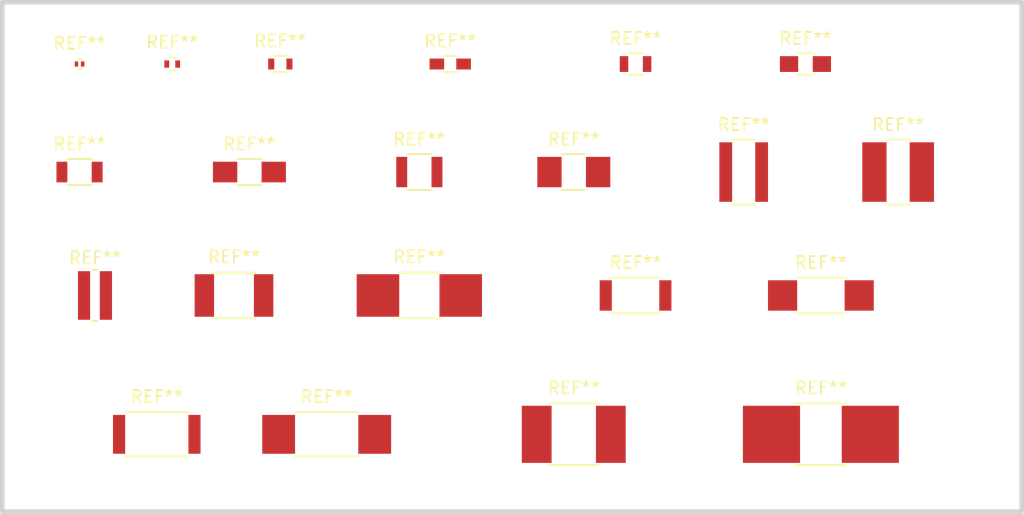
<source format=kicad_pcb>
(kicad_pcb (version 4) (host pcbnew 4.0.5)

  (general
    (links 0)
    (no_connects 0)
    (area 110.432857 50.185 190.46143 88.785)
    (thickness 1.6)
    (drawings 4)
    (tracks 0)
    (zones 0)
    (modules 21)
    (nets 1)
  )

  (page A4)
  (title_block
    (title Resistor_SMD)
  )

  (layers
    (0 Composant signal)
    (31 Cuivre signal)
    (32 B.Adhes user)
    (33 F.Adhes user)
    (34 B.Paste user)
    (35 F.Paste user)
    (36 B.SilkS user)
    (37 F.SilkS user)
    (38 B.Mask user)
    (39 F.Mask user)
    (40 Dwgs.User user)
    (41 Cmts.User user)
    (42 Eco1.User user)
    (43 Eco2.User user)
    (44 Edge.Cuts user)
    (45 Margin user)
    (46 B.CrtYd user)
    (47 F.CrtYd user)
    (48 B.Fab user)
    (49 F.Fab user)
  )

  (setup
    (last_trace_width 0.5)
    (user_trace_width 0.4)
    (user_trace_width 0.5)
    (trace_clearance 0.25)
    (zone_clearance 0.508)
    (zone_45_only no)
    (trace_min 0.254)
    (segment_width 0.381)
    (edge_width 0.381)
    (via_size 1.6)
    (via_drill 0.6)
    (via_min_size 0.889)
    (via_min_drill 0.508)
    (uvia_size 0.508)
    (uvia_drill 0.127)
    (uvias_allowed no)
    (uvia_min_size 0.508)
    (uvia_min_drill 0.127)
    (pcb_text_width 0.3048)
    (pcb_text_size 1.524 2.032)
    (mod_edge_width 0.381)
    (mod_text_size 1.524 1.524)
    (mod_text_width 0.3048)
    (pad_size 1.5748 2.794)
    (pad_drill 0.8128)
    (pad_to_mask_clearance 0.1)
    (aux_axis_origin 62.23 153.67)
    (visible_elements 7FFFFFFF)
    (pcbplotparams
      (layerselection 0x00030_80000001)
      (usegerberextensions true)
      (excludeedgelayer true)
      (linewidth 0.150000)
      (plotframeref false)
      (viasonmask false)
      (mode 1)
      (useauxorigin false)
      (hpglpennumber 1)
      (hpglpenspeed 20)
      (hpglpendiameter 15)
      (hpglpenoverlay 2)
      (psnegative false)
      (psa4output false)
      (plotreference true)
      (plotvalue true)
      (plotinvisibletext false)
      (padsonsilk false)
      (subtractmaskfromsilk false)
      (outputformat 1)
      (mirror false)
      (drillshape 1)
      (scaleselection 1)
      (outputdirectory ""))
  )

  (net 0 "")

  (net_class Default "Ceci est la Netclass par défaut"
    (clearance 0.25)
    (trace_width 0.5)
    (via_dia 1.6)
    (via_drill 0.6)
    (uvia_dia 0.508)
    (uvia_drill 0.127)
  )

  (net_class POWER ""
    (clearance 0.28)
    (trace_width 0.8)
    (via_dia 1.6)
    (via_drill 0.6)
    (uvia_dia 0.508)
    (uvia_drill 0.127)
  )

  (module R_2816_HandSoldering (layer Composant) (tedit 583081A0) (tstamp 58A5BC80)
    (at 175.26 83.82)
    (descr "Resistor SMD 2816, hand soldering, Vishay (see WSL-VISHAY.PDF)")
    (tags "resistor 2816")
    (attr smd)
    (fp_text reference REF** (at 0 -3.81) (layer F.SilkS)
      (effects (font (size 1 1) (thickness 0.15)))
    )
    (fp_text value R_2816_HandSoldering (at 0 3.81) (layer F.Fab)
      (effects (font (size 1 1) (thickness 0.15)))
    )
    (fp_line (start -3.55 2.1) (end -3.55 -2.1) (layer F.Fab) (width 0.1))
    (fp_line (start 3.55 2.1) (end -3.55 2.1) (layer F.Fab) (width 0.1))
    (fp_line (start 3.55 -2.1) (end 3.55 2.1) (layer F.Fab) (width 0.1))
    (fp_line (start -3.55 -2.1) (end 3.55 -2.1) (layer F.Fab) (width 0.1))
    (fp_line (start -6.604 -2.794) (end 6.604 -2.794) (layer F.CrtYd) (width 0.05))
    (fp_line (start 6.604 -2.794) (end 6.604 2.794) (layer F.CrtYd) (width 0.05))
    (fp_line (start 6.604 2.794) (end -6.604 2.794) (layer F.CrtYd) (width 0.05))
    (fp_line (start -6.604 2.794) (end -6.604 -2.794) (layer F.CrtYd) (width 0.05))
    (fp_line (start -2.032 2.54) (end 2.032 2.54) (layer F.SilkS) (width 0.15))
    (fp_line (start -2.032 -2.54) (end 2.032 -2.54) (layer F.SilkS) (width 0.15))
    (pad 1 smd rect (at -4.064 0) (size 4.7 4.7) (layers Composant F.Paste F.Mask))
    (pad 2 smd rect (at 4.064 0) (size 4.7 4.7) (layers Composant F.Paste F.Mask))
    (model Resistors_SMD.3dshapes/R_2816_HandSoldering.wrl
      (at (xyz 0 0 0))
      (scale (xyz 1 1 1))
      (rotate (xyz 0 0 0))
    )
  )

  (module R_2816 (layer Composant) (tedit 58308160) (tstamp 58A5BC6F)
    (at 154.94 83.82)
    (descr "Resistor SMD 2816, reflow soldering, Vishay (see WSL-VISHAY.PDF)")
    (tags "resistor 2816")
    (attr smd)
    (fp_text reference REF** (at 0 -3.81) (layer F.SilkS)
      (effects (font (size 1 1) (thickness 0.15)))
    )
    (fp_text value R_2816 (at 0 3.81) (layer F.Fab)
      (effects (font (size 1 1) (thickness 0.15)))
    )
    (fp_line (start -3.55 -2.1) (end -3.55 2.1) (layer F.Fab) (width 0.1))
    (fp_line (start 3.55 -2.1) (end -3.55 -2.1) (layer F.Fab) (width 0.1))
    (fp_line (start 3.55 2.1) (end 3.55 -2.1) (layer F.Fab) (width 0.1))
    (fp_line (start -3.55 2.1) (end 3.55 2.1) (layer F.Fab) (width 0.1))
    (fp_line (start -4.572 -2.794) (end 4.572 -2.794) (layer F.CrtYd) (width 0.05))
    (fp_line (start 4.572 -2.794) (end 4.572 2.794) (layer F.CrtYd) (width 0.05))
    (fp_line (start 4.572 2.794) (end -4.572 2.794) (layer F.CrtYd) (width 0.05))
    (fp_line (start -4.572 2.794) (end -4.572 -2.794) (layer F.CrtYd) (width 0.05))
    (fp_line (start -2.032 2.54) (end 2.032 2.54) (layer F.SilkS) (width 0.15))
    (fp_line (start -2.032 -2.54) (end 2.032 -2.54) (layer F.SilkS) (width 0.15))
    (pad 1 smd rect (at -3.048 0) (size 2.45 4.7) (layers Composant F.Paste F.Mask))
    (pad 2 smd rect (at 3.048 0) (size 2.45 4.7) (layers Composant F.Paste F.Mask))
    (model Resistors_SMD.3dshapes/R_2816_HandSoldering.wrl
      (at (xyz 0 0 0))
      (scale (xyz 1 1 1))
      (rotate (xyz 0 0 0))
    )
  )

  (module R_2512_HandSoldering (layer Composant) (tedit 58307F47) (tstamp 58A5BC5E)
    (at 134.62 83.82)
    (descr "Resistor SMD 2512, hand soldering")
    (tags "resistor 2512")
    (attr smd)
    (fp_text reference REF** (at 0 -3.1) (layer F.SilkS)
      (effects (font (size 1 1) (thickness 0.15)))
    )
    (fp_text value R_2512_HandSoldering (at 0 3.1) (layer F.Fab)
      (effects (font (size 1 1) (thickness 0.15)))
    )
    (fp_line (start -3.15 1.6) (end -3.15 -1.6) (layer F.Fab) (width 0.1))
    (fp_line (start 3.15 1.6) (end -3.15 1.6) (layer F.Fab) (width 0.1))
    (fp_line (start 3.15 -1.6) (end 3.15 1.6) (layer F.Fab) (width 0.1))
    (fp_line (start -3.15 -1.6) (end 3.15 -1.6) (layer F.Fab) (width 0.1))
    (fp_line (start -5.6 -1.95) (end 5.6 -1.95) (layer F.CrtYd) (width 0.05))
    (fp_line (start -5.6 1.95) (end 5.6 1.95) (layer F.CrtYd) (width 0.05))
    (fp_line (start -5.6 -1.95) (end -5.6 1.95) (layer F.CrtYd) (width 0.05))
    (fp_line (start 5.6 -1.95) (end 5.6 1.95) (layer F.CrtYd) (width 0.05))
    (fp_line (start 2.6 1.825) (end -2.6 1.825) (layer F.SilkS) (width 0.15))
    (fp_line (start -2.6 -1.825) (end 2.6 -1.825) (layer F.SilkS) (width 0.15))
    (pad 1 smd rect (at -3.95 0) (size 2.7 3.2) (layers Composant F.Paste F.Mask))
    (pad 2 smd rect (at 3.95 0) (size 2.7 3.2) (layers Composant F.Paste F.Mask))
    (model Resistors_SMD.3dshapes/R_2512_HandSoldering.wrl
      (at (xyz 0 0 0))
      (scale (xyz 1 1 1))
      (rotate (xyz 0 0 0))
    )
  )

  (module R_2512 (layer Composant) (tedit 58307F1B) (tstamp 58A5BC4D)
    (at 120.65 83.82)
    (descr "Resistor SMD 2512, reflow soldering, Vishay (see dcrcw.pdf)")
    (tags "resistor 2512")
    (attr smd)
    (fp_text reference REF** (at 0 -3.1) (layer F.SilkS)
      (effects (font (size 1 1) (thickness 0.15)))
    )
    (fp_text value R_2512 (at 0 3.1) (layer F.Fab)
      (effects (font (size 1 1) (thickness 0.15)))
    )
    (fp_line (start -3.15 1.6) (end -3.15 -1.6) (layer F.Fab) (width 0.1))
    (fp_line (start 3.15 1.6) (end -3.15 1.6) (layer F.Fab) (width 0.1))
    (fp_line (start 3.15 -1.6) (end 3.15 1.6) (layer F.Fab) (width 0.1))
    (fp_line (start -3.15 -1.6) (end 3.15 -1.6) (layer F.Fab) (width 0.1))
    (fp_line (start -3.9 -1.95) (end 3.9 -1.95) (layer F.CrtYd) (width 0.05))
    (fp_line (start -3.9 1.95) (end 3.9 1.95) (layer F.CrtYd) (width 0.05))
    (fp_line (start -3.9 -1.95) (end -3.9 1.95) (layer F.CrtYd) (width 0.05))
    (fp_line (start 3.9 -1.95) (end 3.9 1.95) (layer F.CrtYd) (width 0.05))
    (fp_line (start 2.6 1.825) (end -2.6 1.825) (layer F.SilkS) (width 0.15))
    (fp_line (start -2.6 -1.825) (end 2.6 -1.825) (layer F.SilkS) (width 0.15))
    (pad 1 smd rect (at -3.1 0) (size 1 3.2) (layers Composant F.Paste F.Mask))
    (pad 2 smd rect (at 3.1 0) (size 1 3.2) (layers Composant F.Paste F.Mask))
    (model Resistors_SMD.3dshapes/R_2512.wrl
      (at (xyz 0 0 0))
      (scale (xyz 1 1 1))
      (rotate (xyz 0 0 0))
    )
  )

  (module R_2010_HandSoldering (layer Composant) (tedit 58307DE3) (tstamp 58A5BC3C)
    (at 175.26 72.39)
    (descr "Resistor SMD 2010, hand soldering")
    (tags "resistor 2010")
    (attr smd)
    (fp_text reference REF** (at 0 -2.7) (layer F.SilkS)
      (effects (font (size 1 1) (thickness 0.15)))
    )
    (fp_text value R_2010_HandSoldering (at 0 2.7) (layer F.Fab)
      (effects (font (size 1 1) (thickness 0.15)))
    )
    (fp_line (start -2.5 1.25) (end -2.5 -1.25) (layer F.Fab) (width 0.1))
    (fp_line (start 2.5 1.25) (end -2.5 1.25) (layer F.Fab) (width 0.1))
    (fp_line (start 2.5 -1.25) (end 2.5 1.25) (layer F.Fab) (width 0.1))
    (fp_line (start -2.5 -1.25) (end 2.5 -1.25) (layer F.Fab) (width 0.1))
    (fp_line (start -4.65 -1.6) (end 4.65 -1.6) (layer F.CrtYd) (width 0.05))
    (fp_line (start -4.65 1.6) (end 4.65 1.6) (layer F.CrtYd) (width 0.05))
    (fp_line (start -4.65 -1.6) (end -4.65 1.6) (layer F.CrtYd) (width 0.05))
    (fp_line (start 4.65 -1.6) (end 4.65 1.6) (layer F.CrtYd) (width 0.05))
    (fp_line (start 1.95 1.475) (end -1.95 1.475) (layer F.SilkS) (width 0.15))
    (fp_line (start -1.95 -1.475) (end 1.95 -1.475) (layer F.SilkS) (width 0.15))
    (pad 1 smd rect (at -3.15 0) (size 2.4 2.5) (layers Composant F.Paste F.Mask))
    (pad 2 smd rect (at 3.15 0) (size 2.4 2.5) (layers Composant F.Paste F.Mask))
    (model Resistors_SMD.3dshapes/R_2010_HandSoldering.wrl
      (at (xyz 0 0 0))
      (scale (xyz 1 1 1))
      (rotate (xyz 0 0 0))
    )
  )

  (module R_2010 (layer Composant) (tedit 58307DA9) (tstamp 58A5BC2B)
    (at 160.02 72.39)
    (descr "Resistor SMD 2010, reflow soldering, Vishay (see dcrcw.pdf)")
    (tags "resistor 2010")
    (attr smd)
    (fp_text reference REF** (at 0 -2.7) (layer F.SilkS)
      (effects (font (size 1 1) (thickness 0.15)))
    )
    (fp_text value R_2010 (at 0 2.7) (layer F.Fab)
      (effects (font (size 1 1) (thickness 0.15)))
    )
    (fp_line (start -2.5 1.25) (end -2.5 -1.25) (layer F.Fab) (width 0.1))
    (fp_line (start 2.5 1.25) (end -2.5 1.25) (layer F.Fab) (width 0.1))
    (fp_line (start 2.5 -1.25) (end 2.5 1.25) (layer F.Fab) (width 0.1))
    (fp_line (start -2.5 -1.25) (end 2.5 -1.25) (layer F.Fab) (width 0.1))
    (fp_line (start -3.25 -1.6) (end 3.25 -1.6) (layer F.CrtYd) (width 0.05))
    (fp_line (start -3.25 1.6) (end 3.25 1.6) (layer F.CrtYd) (width 0.05))
    (fp_line (start -3.25 -1.6) (end -3.25 1.6) (layer F.CrtYd) (width 0.05))
    (fp_line (start 3.25 -1.6) (end 3.25 1.6) (layer F.CrtYd) (width 0.05))
    (fp_line (start 1.95 1.475) (end -1.95 1.475) (layer F.SilkS) (width 0.15))
    (fp_line (start -1.95 -1.475) (end 1.95 -1.475) (layer F.SilkS) (width 0.15))
    (pad 1 smd rect (at -2.45 0) (size 1 2.5) (layers Composant F.Paste F.Mask))
    (pad 2 smd rect (at 2.45 0) (size 1 2.5) (layers Composant F.Paste F.Mask))
    (model Resistors_SMD.3dshapes/R_2010.wrl
      (at (xyz 0 0 0))
      (scale (xyz 1 1 1))
      (rotate (xyz 0 0 0))
    )
  )

  (module R_1812_HandSoldering (layer Composant) (tedit 58307D36) (tstamp 58A5BBF8)
    (at 142.24 72.39)
    (descr "Resistor SMD 1812, hand soldering, Panasonic (see ERJ12)")
    (tags "resistor 1812")
    (attr smd)
    (fp_text reference REF** (at 0 -3.175) (layer F.SilkS)
      (effects (font (size 1 1) (thickness 0.15)))
    )
    (fp_text value R_1812_HandSoldering (at 0 3.175) (layer F.Fab)
      (effects (font (size 1 1) (thickness 0.15)))
    )
    (fp_line (start -2.25 1.6) (end -2.25 -1.6) (layer F.Fab) (width 0.1))
    (fp_line (start 2.25 1.6) (end -2.25 1.6) (layer F.Fab) (width 0.1))
    (fp_line (start 2.25 -1.6) (end 2.25 1.6) (layer F.Fab) (width 0.1))
    (fp_line (start -2.25 -1.6) (end 2.25 -1.6) (layer F.Fab) (width 0.1))
    (fp_line (start -5.4356 -2.2352) (end 5.4356 -2.2352) (layer F.CrtYd) (width 0.05))
    (fp_line (start 5.4356 -2.2352) (end 5.4356 2.2352) (layer F.CrtYd) (width 0.05))
    (fp_line (start 5.4356 2.2352) (end -5.4356 2.2352) (layer F.CrtYd) (width 0.05))
    (fp_line (start -5.4356 2.2352) (end -5.4356 -2.2352) (layer F.CrtYd) (width 0.05))
    (fp_line (start -1.7272 1.8796) (end 1.7272 1.8796) (layer F.SilkS) (width 0.15))
    (fp_line (start -1.7272 -1.8796) (end 1.7272 -1.8796) (layer F.SilkS) (width 0.15))
    (pad 1 smd rect (at -3.4036 0) (size 3.5 3.5) (layers Composant F.Paste F.Mask))
    (pad 2 smd rect (at 3.4036 0) (size 3.5 3.5) (layers Composant F.Paste F.Mask))
    (model Resistors_SMD.3dshapes/R_1812_HandSoldering.wrl
      (at (xyz 0 0 0))
      (scale (xyz 1 1 1))
      (rotate (xyz 0 0 0))
    )
  )

  (module R_1812 (layer Composant) (tedit 58307CF5) (tstamp 58A5BBE7)
    (at 127 72.39)
    (descr "Resistor SMD 1812, flow soldering, Panasonic (see ERJ12)")
    (tags "resistor 1812")
    (attr smd)
    (fp_text reference REF** (at 0 -3.175) (layer F.SilkS)
      (effects (font (size 1 1) (thickness 0.15)))
    )
    (fp_text value R_1812 (at 0 3.175) (layer F.Fab)
      (effects (font (size 1 1) (thickness 0.15)))
    )
    (fp_line (start -2.25 1.6) (end -2.25 -1.6) (layer F.Fab) (width 0.1))
    (fp_line (start 2.25 1.6) (end -2.25 1.6) (layer F.Fab) (width 0.1))
    (fp_line (start 2.25 -1.6) (end 2.25 1.6) (layer F.Fab) (width 0.1))
    (fp_line (start -2.25 -1.6) (end 2.25 -1.6) (layer F.Fab) (width 0.1))
    (fp_line (start -3.5052 -2.2352) (end 3.5052 -2.2352) (layer F.CrtYd) (width 0.05))
    (fp_line (start 3.5052 -2.2352) (end 3.5052 2.2352) (layer F.CrtYd) (width 0.05))
    (fp_line (start 3.5052 2.2352) (end -3.5052 2.2352) (layer F.CrtYd) (width 0.05))
    (fp_line (start -3.5052 2.2352) (end -3.5052 -2.2352) (layer F.CrtYd) (width 0.05))
    (fp_line (start -1.7272 1.8796) (end 1.7272 1.8796) (layer F.SilkS) (width 0.15))
    (fp_line (start -1.7272 -1.8796) (end 1.7272 -1.8796) (layer F.SilkS) (width 0.15))
    (pad 1 smd rect (at -2.4384 0) (size 1.6 3.5) (layers Composant F.Paste F.Mask))
    (pad 2 smd rect (at 2.4384 0) (size 1.6 3.5) (layers Composant F.Paste F.Mask))
    (model Resistors_SMD.3dshapes/R_1812_HandSoldering.wrl
      (at (xyz 0 0 0))
      (scale (xyz 1 1 1))
      (rotate (xyz 0 0 0))
    )
  )

  (module R_1508_Wide (layer Composant) (tedit 5834FCF5) (tstamp 58A5BBD6)
    (at 115.57 72.39)
    (descr "Resistor SMD 1508 wide package")
    (tags "resistor 1508")
    (attr smd)
    (fp_text reference REF** (at 0 -3.1) (layer F.SilkS)
      (effects (font (size 1 1) (thickness 0.15)))
    )
    (fp_text value R_1508_Wide (at 0 3.1) (layer F.Fab)
      (effects (font (size 1 1) (thickness 0.15)))
    )
    (fp_line (start -1 1.9) (end -1 -1.9) (layer F.Fab) (width 0.15))
    (fp_line (start 1 1.9) (end -1 1.9) (layer F.Fab) (width 0.15))
    (fp_line (start 1 -1.9) (end 1 1.9) (layer F.Fab) (width 0.15))
    (fp_line (start -1 -1.9) (end 1 -1.9) (layer F.Fab) (width 0.15))
    (fp_line (start -1.8 -2.3) (end 1.8 -2.3) (layer F.CrtYd) (width 0.05))
    (fp_line (start -1.8 2.3) (end 1.8 2.3) (layer F.CrtYd) (width 0.05))
    (fp_line (start -1.8 -2.3) (end -1.8 2.3) (layer F.CrtYd) (width 0.05))
    (fp_line (start 1.8 -2.3) (end 1.8 2.3) (layer F.CrtYd) (width 0.05))
    (fp_line (start 0.2 2.1) (end -0.2 2.1) (layer F.SilkS) (width 0.15))
    (fp_line (start -0.2 -2.1) (end 0.2 -2.1) (layer F.SilkS) (width 0.15))
    (pad 1 smd rect (at -0.9 0) (size 1 4) (layers Composant F.Paste F.Mask))
    (pad 2 smd rect (at 0.9 0) (size 1 4) (layers Composant F.Paste F.Mask))
    (model ${KISYS3DMOD}/Resistors_SMD.3dshapes/R_1508_Wide.wrl
      (at (xyz 0 0 0))
      (scale (xyz 1 1 1))
      (rotate (xyz 0 0 0))
    )
  )

  (module R_1218_HandSoldering (layer Composant) (tedit 583080B3) (tstamp 58A5BBC5)
    (at 181.61 62.23)
    (descr "Resistor SMD 1218, hand soldering")
    (tags "resistor 1218")
    (attr smd)
    (fp_text reference REF** (at 0 -3.9) (layer F.SilkS)
      (effects (font (size 1 1) (thickness 0.15)))
    )
    (fp_text value R_1218_HandSoldering (at 0 3.9) (layer F.Fab)
      (effects (font (size 1 1) (thickness 0.15)))
    )
    (fp_line (start -1.6 2.3) (end -1.6 -2.3) (layer F.Fab) (width 0.1))
    (fp_line (start 1.6 2.3) (end -1.6 2.3) (layer F.Fab) (width 0.1))
    (fp_line (start 1.6 -2.3) (end 1.6 2.3) (layer F.Fab) (width 0.1))
    (fp_line (start -1.6 -2.3) (end 1.6 -2.3) (layer F.Fab) (width 0.1))
    (fp_line (start -3.25 -2.8) (end 3.25 -2.8) (layer F.CrtYd) (width 0.05))
    (fp_line (start -3.25 2.8) (end 3.25 2.8) (layer F.CrtYd) (width 0.05))
    (fp_line (start -3.25 -2.8) (end -3.25 2.8) (layer F.CrtYd) (width 0.05))
    (fp_line (start 3.25 -2.8) (end 3.25 2.8) (layer F.CrtYd) (width 0.05))
    (fp_line (start 0.95 2.675) (end -0.95 2.675) (layer F.SilkS) (width 0.15))
    (fp_line (start -0.95 -2.675) (end 0.95 -2.675) (layer F.SilkS) (width 0.15))
    (pad 1 smd rect (at -1.95 0) (size 2 4.9) (layers Composant F.Paste F.Mask))
    (pad 2 smd rect (at 1.95 0) (size 2 4.9) (layers Composant F.Paste F.Mask))
    (model Resistors_SMD.3dshapes/R_1218_HandSoldering.wrl
      (at (xyz 0 0 0))
      (scale (xyz 1 1 1))
      (rotate (xyz 0 0 0))
    )
  )

  (module R_1218 (layer Composant) (tedit 5830807D) (tstamp 58A5BBB4)
    (at 168.91 62.23)
    (descr "Resistor SMD 1218, reflow soldering, Vishay (see dcrcw.pdf)")
    (tags "resistor 1218")
    (attr smd)
    (fp_text reference REF** (at 0 -3.9) (layer F.SilkS)
      (effects (font (size 1 1) (thickness 0.15)))
    )
    (fp_text value R_1218 (at 0 3.9) (layer F.Fab)
      (effects (font (size 1 1) (thickness 0.15)))
    )
    (fp_line (start -1.6 -2.3) (end -1.6 2.3) (layer F.Fab) (width 0.1))
    (fp_line (start 1.6 -2.3) (end -1.6 -2.3) (layer F.Fab) (width 0.1))
    (fp_line (start 1.6 2.3) (end 1.6 -2.3) (layer F.Fab) (width 0.1))
    (fp_line (start -1.6 2.3) (end 1.6 2.3) (layer F.Fab) (width 0.1))
    (fp_line (start -2.3 -2.8) (end 2.3 -2.8) (layer F.CrtYd) (width 0.05))
    (fp_line (start -2.3 2.8) (end 2.3 2.8) (layer F.CrtYd) (width 0.05))
    (fp_line (start -2.3 -2.8) (end -2.3 2.8) (layer F.CrtYd) (width 0.05))
    (fp_line (start 2.3 -2.8) (end 2.3 2.8) (layer F.CrtYd) (width 0.05))
    (fp_line (start 0.95 2.675) (end -0.95 2.675) (layer F.SilkS) (width 0.15))
    (fp_line (start -0.95 -2.675) (end 0.95 -2.675) (layer F.SilkS) (width 0.15))
    (pad 1 smd rect (at -1.475 0) (size 1.05 4.9) (layers Composant F.Paste F.Mask))
    (pad 2 smd rect (at 1.475 0) (size 1.05 4.9) (layers Composant F.Paste F.Mask))
    (model Resistors_SMD.3dshapes/R_1218.wrl
      (at (xyz 0 0 0))
      (scale (xyz 1 1 1))
      (rotate (xyz 0 0 0))
    )
  )

  (module R_1210_HandSoldering (layer Composant) (tedit 58307C8D) (tstamp 58A5BBA3)
    (at 154.94 62.23)
    (descr "Resistor SMD 1210, hand soldering")
    (tags "resistor 1210")
    (attr smd)
    (fp_text reference REF** (at 0 -2.7) (layer F.SilkS)
      (effects (font (size 1 1) (thickness 0.15)))
    )
    (fp_text value R_1210_HandSoldering (at 0 2.7) (layer F.Fab)
      (effects (font (size 1 1) (thickness 0.15)))
    )
    (fp_line (start -1.6 1.25) (end -1.6 -1.25) (layer F.Fab) (width 0.1))
    (fp_line (start 1.6 1.25) (end -1.6 1.25) (layer F.Fab) (width 0.1))
    (fp_line (start 1.6 -1.25) (end 1.6 1.25) (layer F.Fab) (width 0.1))
    (fp_line (start -1.6 -1.25) (end 1.6 -1.25) (layer F.Fab) (width 0.1))
    (fp_line (start -3.3 -1.6) (end 3.3 -1.6) (layer F.CrtYd) (width 0.05))
    (fp_line (start -3.3 1.6) (end 3.3 1.6) (layer F.CrtYd) (width 0.05))
    (fp_line (start -3.3 -1.6) (end -3.3 1.6) (layer F.CrtYd) (width 0.05))
    (fp_line (start 3.3 -1.6) (end 3.3 1.6) (layer F.CrtYd) (width 0.05))
    (fp_line (start 1 1.475) (end -1 1.475) (layer F.SilkS) (width 0.15))
    (fp_line (start -1 -1.475) (end 1 -1.475) (layer F.SilkS) (width 0.15))
    (pad 1 smd rect (at -2 0) (size 2 2.5) (layers Composant F.Paste F.Mask))
    (pad 2 smd rect (at 2 0) (size 2 2.5) (layers Composant F.Paste F.Mask))
    (model Resistors_SMD.3dshapes/R_1210_HandSoldering.wrl
      (at (xyz 0 0 0))
      (scale (xyz 1 1 1))
      (rotate (xyz 0 0 0))
    )
  )

  (module R_1210 (layer Composant) (tedit 58307C54) (tstamp 58A5BB81)
    (at 142.24 62.23)
    (descr "Resistor SMD 1210, reflow soldering, Vishay (see dcrcw.pdf)")
    (tags "resistor 1210")
    (attr smd)
    (fp_text reference REF** (at 0 -2.7) (layer F.SilkS)
      (effects (font (size 1 1) (thickness 0.15)))
    )
    (fp_text value R_1210 (at 0 2.7) (layer F.Fab)
      (effects (font (size 1 1) (thickness 0.15)))
    )
    (fp_line (start -1.6 1.25) (end -1.6 -1.25) (layer F.Fab) (width 0.1))
    (fp_line (start 1.6 1.25) (end -1.6 1.25) (layer F.Fab) (width 0.1))
    (fp_line (start 1.6 -1.25) (end 1.6 1.25) (layer F.Fab) (width 0.1))
    (fp_line (start -1.6 -1.25) (end 1.6 -1.25) (layer F.Fab) (width 0.1))
    (fp_line (start -2.2 -1.6) (end 2.2 -1.6) (layer F.CrtYd) (width 0.05))
    (fp_line (start -2.2 1.6) (end 2.2 1.6) (layer F.CrtYd) (width 0.05))
    (fp_line (start -2.2 -1.6) (end -2.2 1.6) (layer F.CrtYd) (width 0.05))
    (fp_line (start 2.2 -1.6) (end 2.2 1.6) (layer F.CrtYd) (width 0.05))
    (fp_line (start 1 1.475) (end -1 1.475) (layer F.SilkS) (width 0.15))
    (fp_line (start -1 -1.475) (end 1 -1.475) (layer F.SilkS) (width 0.15))
    (pad 1 smd rect (at -1.45 0) (size 0.9 2.5) (layers Composant F.Paste F.Mask))
    (pad 2 smd rect (at 1.45 0) (size 0.9 2.5) (layers Composant F.Paste F.Mask))
    (model Resistors_SMD.3dshapes/R_1210.wrl
      (at (xyz 0 0 0))
      (scale (xyz 1 1 1))
      (rotate (xyz 0 0 0))
    )
  )

  (module R_1206_HandSoldering (layer Composant) (tedit 58307C0D) (tstamp 58A5BB70)
    (at 128.27 62.23)
    (descr "Resistor SMD 1206, hand soldering")
    (tags "resistor 1206")
    (attr smd)
    (fp_text reference REF** (at 0 -2.3) (layer F.SilkS)
      (effects (font (size 1 1) (thickness 0.15)))
    )
    (fp_text value R_1206_HandSoldering (at 0 2.3) (layer F.Fab)
      (effects (font (size 1 1) (thickness 0.15)))
    )
    (fp_line (start -1.6 0.8) (end -1.6 -0.8) (layer F.Fab) (width 0.1))
    (fp_line (start 1.6 0.8) (end -1.6 0.8) (layer F.Fab) (width 0.1))
    (fp_line (start 1.6 -0.8) (end 1.6 0.8) (layer F.Fab) (width 0.1))
    (fp_line (start -1.6 -0.8) (end 1.6 -0.8) (layer F.Fab) (width 0.1))
    (fp_line (start -3.3 -1.2) (end 3.3 -1.2) (layer F.CrtYd) (width 0.05))
    (fp_line (start -3.3 1.2) (end 3.3 1.2) (layer F.CrtYd) (width 0.05))
    (fp_line (start -3.3 -1.2) (end -3.3 1.2) (layer F.CrtYd) (width 0.05))
    (fp_line (start 3.3 -1.2) (end 3.3 1.2) (layer F.CrtYd) (width 0.05))
    (fp_line (start 1 1.075) (end -1 1.075) (layer F.SilkS) (width 0.15))
    (fp_line (start -1 -1.075) (end 1 -1.075) (layer F.SilkS) (width 0.15))
    (pad 1 smd rect (at -2 0) (size 2 1.7) (layers Composant F.Paste F.Mask))
    (pad 2 smd rect (at 2 0) (size 2 1.7) (layers Composant F.Paste F.Mask))
    (model Resistors_SMD.3dshapes/R_1206_HandSoldering.wrl
      (at (xyz 0 0 0))
      (scale (xyz 1 1 1))
      (rotate (xyz 0 0 0))
    )
  )

  (module R_1206 (layer Composant) (tedit 58307BE8) (tstamp 58A5BB5F)
    (at 114.3 62.23)
    (descr "Resistor SMD 1206, reflow soldering, Vishay (see dcrcw.pdf)")
    (tags "resistor 1206")
    (attr smd)
    (fp_text reference REF** (at 0 -2.3) (layer F.SilkS)
      (effects (font (size 1 1) (thickness 0.15)))
    )
    (fp_text value R_1206 (at 0 2.3) (layer F.Fab)
      (effects (font (size 1 1) (thickness 0.15)))
    )
    (fp_line (start -1.6 0.8) (end -1.6 -0.8) (layer F.Fab) (width 0.1))
    (fp_line (start 1.6 0.8) (end -1.6 0.8) (layer F.Fab) (width 0.1))
    (fp_line (start 1.6 -0.8) (end 1.6 0.8) (layer F.Fab) (width 0.1))
    (fp_line (start -1.6 -0.8) (end 1.6 -0.8) (layer F.Fab) (width 0.1))
    (fp_line (start -2.2 -1.2) (end 2.2 -1.2) (layer F.CrtYd) (width 0.05))
    (fp_line (start -2.2 1.2) (end 2.2 1.2) (layer F.CrtYd) (width 0.05))
    (fp_line (start -2.2 -1.2) (end -2.2 1.2) (layer F.CrtYd) (width 0.05))
    (fp_line (start 2.2 -1.2) (end 2.2 1.2) (layer F.CrtYd) (width 0.05))
    (fp_line (start 1 1.075) (end -1 1.075) (layer F.SilkS) (width 0.15))
    (fp_line (start -1 -1.075) (end 1 -1.075) (layer F.SilkS) (width 0.15))
    (pad 1 smd rect (at -1.45 0) (size 0.9 1.7) (layers Composant F.Paste F.Mask))
    (pad 2 smd rect (at 1.45 0) (size 0.9 1.7) (layers Composant F.Paste F.Mask))
    (model Resistors_SMD.3dshapes/R_1206.wrl
      (at (xyz 0 0 0))
      (scale (xyz 1 1 1))
      (rotate (xyz 0 0 0))
    )
  )

  (module R_0805_HandSoldering (layer Composant) (tedit 58307B90) (tstamp 58A5BB4E)
    (at 173.99 53.34)
    (descr "Resistor SMD 0805, hand soldering")
    (tags "resistor 0805")
    (attr smd)
    (fp_text reference REF** (at 0 -2.1) (layer F.SilkS)
      (effects (font (size 1 1) (thickness 0.15)))
    )
    (fp_text value R_0805_HandSoldering (at 0 2.1) (layer F.Fab)
      (effects (font (size 1 1) (thickness 0.15)))
    )
    (fp_line (start -1 0.625) (end -1 -0.625) (layer F.Fab) (width 0.1))
    (fp_line (start 1 0.625) (end -1 0.625) (layer F.Fab) (width 0.1))
    (fp_line (start 1 -0.625) (end 1 0.625) (layer F.Fab) (width 0.1))
    (fp_line (start -1 -0.625) (end 1 -0.625) (layer F.Fab) (width 0.1))
    (fp_line (start -2.4 -1) (end 2.4 -1) (layer F.CrtYd) (width 0.05))
    (fp_line (start -2.4 1) (end 2.4 1) (layer F.CrtYd) (width 0.05))
    (fp_line (start -2.4 -1) (end -2.4 1) (layer F.CrtYd) (width 0.05))
    (fp_line (start 2.4 -1) (end 2.4 1) (layer F.CrtYd) (width 0.05))
    (fp_line (start 0.6 0.875) (end -0.6 0.875) (layer F.SilkS) (width 0.15))
    (fp_line (start -0.6 -0.875) (end 0.6 -0.875) (layer F.SilkS) (width 0.15))
    (pad 1 smd rect (at -1.35 0) (size 1.5 1.3) (layers Composant F.Paste F.Mask))
    (pad 2 smd rect (at 1.35 0) (size 1.5 1.3) (layers Composant F.Paste F.Mask))
    (model Resistors_SMD.3dshapes/R_0805_HandSoldering.wrl
      (at (xyz 0 0 0))
      (scale (xyz 1 1 1))
      (rotate (xyz 0 0 0))
    )
  )

  (module R_0805 (layer Composant) (tedit 58307B54) (tstamp 58A5BB3D)
    (at 160.02 53.34)
    (descr "Resistor SMD 0805, reflow soldering, Vishay (see dcrcw.pdf)")
    (tags "resistor 0805")
    (attr smd)
    (fp_text reference REF** (at 0 -2.1) (layer F.SilkS)
      (effects (font (size 1 1) (thickness 0.15)))
    )
    (fp_text value R_0805 (at 0 2.1) (layer F.Fab)
      (effects (font (size 1 1) (thickness 0.15)))
    )
    (fp_line (start -1 0.625) (end -1 -0.625) (layer F.Fab) (width 0.1))
    (fp_line (start 1 0.625) (end -1 0.625) (layer F.Fab) (width 0.1))
    (fp_line (start 1 -0.625) (end 1 0.625) (layer F.Fab) (width 0.1))
    (fp_line (start -1 -0.625) (end 1 -0.625) (layer F.Fab) (width 0.1))
    (fp_line (start -1.6 -1) (end 1.6 -1) (layer F.CrtYd) (width 0.05))
    (fp_line (start -1.6 1) (end 1.6 1) (layer F.CrtYd) (width 0.05))
    (fp_line (start -1.6 -1) (end -1.6 1) (layer F.CrtYd) (width 0.05))
    (fp_line (start 1.6 -1) (end 1.6 1) (layer F.CrtYd) (width 0.05))
    (fp_line (start 0.6 0.875) (end -0.6 0.875) (layer F.SilkS) (width 0.15))
    (fp_line (start -0.6 -0.875) (end 0.6 -0.875) (layer F.SilkS) (width 0.15))
    (pad 1 smd rect (at -0.95 0) (size 0.7 1.3) (layers Composant F.Paste F.Mask))
    (pad 2 smd rect (at 0.95 0) (size 0.7 1.3) (layers Composant F.Paste F.Mask))
    (model Resistors_SMD.3dshapes/R_0805.wrl
      (at (xyz 0 0 0))
      (scale (xyz 1 1 1))
      (rotate (xyz 0 0 0))
    )
  )

  (module R_0603_HandSoldering (layer Composant) (tedit 58307AEF) (tstamp 58A5BB2C)
    (at 144.78 53.34)
    (descr "Resistor SMD 0603, hand soldering")
    (tags "resistor 0603")
    (attr smd)
    (fp_text reference REF** (at 0 -1.9) (layer F.SilkS)
      (effects (font (size 1 1) (thickness 0.15)))
    )
    (fp_text value R_0603_HandSoldering (at 0 1.9) (layer F.Fab)
      (effects (font (size 1 1) (thickness 0.15)))
    )
    (fp_line (start -0.8 0.4) (end -0.8 -0.4) (layer F.Fab) (width 0.1))
    (fp_line (start 0.8 0.4) (end -0.8 0.4) (layer F.Fab) (width 0.1))
    (fp_line (start 0.8 -0.4) (end 0.8 0.4) (layer F.Fab) (width 0.1))
    (fp_line (start -0.8 -0.4) (end 0.8 -0.4) (layer F.Fab) (width 0.1))
    (fp_line (start -2 -0.8) (end 2 -0.8) (layer F.CrtYd) (width 0.05))
    (fp_line (start -2 0.8) (end 2 0.8) (layer F.CrtYd) (width 0.05))
    (fp_line (start -2 -0.8) (end -2 0.8) (layer F.CrtYd) (width 0.05))
    (fp_line (start 2 -0.8) (end 2 0.8) (layer F.CrtYd) (width 0.05))
    (fp_line (start 0.5 0.675) (end -0.5 0.675) (layer F.SilkS) (width 0.15))
    (fp_line (start -0.5 -0.675) (end 0.5 -0.675) (layer F.SilkS) (width 0.15))
    (pad 1 smd rect (at -1.1 0) (size 1.2 0.9) (layers Composant F.Paste F.Mask))
    (pad 2 smd rect (at 1.1 0) (size 1.2 0.9) (layers Composant F.Paste F.Mask))
    (model Resistors_SMD.3dshapes/R_0603_HandSoldering.wrl
      (at (xyz 0 0 0))
      (scale (xyz 1 1 1))
      (rotate (xyz 0 0 0))
    )
  )

  (module R_0603 (layer Composant) (tedit 58307A47) (tstamp 58A5BB1B)
    (at 130.81 53.34)
    (descr "Resistor SMD 0603, reflow soldering, Vishay (see dcrcw.pdf)")
    (tags "resistor 0603")
    (attr smd)
    (fp_text reference REF** (at 0 -1.9) (layer F.SilkS)
      (effects (font (size 1 1) (thickness 0.15)))
    )
    (fp_text value R_0603 (at 0 1.9) (layer F.Fab)
      (effects (font (size 1 1) (thickness 0.15)))
    )
    (fp_line (start -0.8 0.4) (end -0.8 -0.4) (layer F.Fab) (width 0.1))
    (fp_line (start 0.8 0.4) (end -0.8 0.4) (layer F.Fab) (width 0.1))
    (fp_line (start 0.8 -0.4) (end 0.8 0.4) (layer F.Fab) (width 0.1))
    (fp_line (start -0.8 -0.4) (end 0.8 -0.4) (layer F.Fab) (width 0.1))
    (fp_line (start -1.3 -0.8) (end 1.3 -0.8) (layer F.CrtYd) (width 0.05))
    (fp_line (start -1.3 0.8) (end 1.3 0.8) (layer F.CrtYd) (width 0.05))
    (fp_line (start -1.3 -0.8) (end -1.3 0.8) (layer F.CrtYd) (width 0.05))
    (fp_line (start 1.3 -0.8) (end 1.3 0.8) (layer F.CrtYd) (width 0.05))
    (fp_line (start 0.5 0.675) (end -0.5 0.675) (layer F.SilkS) (width 0.15))
    (fp_line (start -0.5 -0.675) (end 0.5 -0.675) (layer F.SilkS) (width 0.15))
    (pad 1 smd rect (at -0.75 0) (size 0.5 0.9) (layers Composant F.Paste F.Mask))
    (pad 2 smd rect (at 0.75 0) (size 0.5 0.9) (layers Composant F.Paste F.Mask))
    (model Resistors_SMD.3dshapes/R_0603.wrl
      (at (xyz 0 0 0))
      (scale (xyz 1 1 1))
      (rotate (xyz 0 0 0))
    )
  )

  (module R_0402 (layer Composant) (tedit 58307A8A) (tstamp 58A5BB0A)
    (at 121.92 53.34)
    (descr "Resistor SMD 0402, reflow soldering, Vishay (see dcrcw.pdf)")
    (tags "resistor 0402")
    (attr smd)
    (fp_text reference REF** (at 0 -1.8) (layer F.SilkS)
      (effects (font (size 1 1) (thickness 0.15)))
    )
    (fp_text value R_0402 (at 0 1.8) (layer F.Fab)
      (effects (font (size 1 1) (thickness 0.15)))
    )
    (fp_line (start -0.5 0.25) (end -0.5 -0.25) (layer F.Fab) (width 0.1))
    (fp_line (start 0.5 0.25) (end -0.5 0.25) (layer F.Fab) (width 0.1))
    (fp_line (start 0.5 -0.25) (end 0.5 0.25) (layer F.Fab) (width 0.1))
    (fp_line (start -0.5 -0.25) (end 0.5 -0.25) (layer F.Fab) (width 0.1))
    (fp_line (start -0.95 -0.65) (end 0.95 -0.65) (layer F.CrtYd) (width 0.05))
    (fp_line (start -0.95 0.65) (end 0.95 0.65) (layer F.CrtYd) (width 0.05))
    (fp_line (start -0.95 -0.65) (end -0.95 0.65) (layer F.CrtYd) (width 0.05))
    (fp_line (start 0.95 -0.65) (end 0.95 0.65) (layer F.CrtYd) (width 0.05))
    (fp_line (start 0.25 -0.525) (end -0.25 -0.525) (layer F.SilkS) (width 0.15))
    (fp_line (start -0.25 0.525) (end 0.25 0.525) (layer F.SilkS) (width 0.15))
    (pad 1 smd rect (at -0.45 0) (size 0.4 0.6) (layers Composant F.Paste F.Mask))
    (pad 2 smd rect (at 0.45 0) (size 0.4 0.6) (layers Composant F.Paste F.Mask))
    (model Resistors_SMD.3dshapes/R_0402.wrl
      (at (xyz 0 0 0))
      (scale (xyz 1 1 1))
      (rotate (xyz 0 0 0))
    )
  )

  (module R_0201 (layer Composant) (tedit 58307ABE) (tstamp 58A5BA31)
    (at 114.3 53.34)
    (descr "Resistor SMD 0201, reflow soldering, Vishay (see crcw0201e3.pdf)")
    (tags "resistor 0201")
    (attr smd)
    (fp_text reference REF** (at 0 -1.7) (layer F.SilkS)
      (effects (font (size 1 1) (thickness 0.15)))
    )
    (fp_text value R_0201 (at 0 1.7) (layer F.Fab)
      (effects (font (size 1 1) (thickness 0.15)))
    )
    (fp_line (start -0.3 0.15) (end -0.3 -0.15) (layer F.Fab) (width 0.1))
    (fp_line (start 0.3 0.15) (end -0.3 0.15) (layer F.Fab) (width 0.1))
    (fp_line (start 0.3 -0.15) (end 0.3 0.15) (layer F.Fab) (width 0.1))
    (fp_line (start -0.3 -0.15) (end 0.3 -0.15) (layer F.Fab) (width 0.1))
    (fp_line (start -0.65 -0.55) (end 0.65 -0.55) (layer F.CrtYd) (width 0.05))
    (fp_line (start -0.65 0.55) (end 0.65 0.55) (layer F.CrtYd) (width 0.05))
    (fp_line (start -0.65 -0.55) (end -0.65 0.55) (layer F.CrtYd) (width 0.05))
    (fp_line (start 0.65 -0.55) (end 0.65 0.55) (layer F.CrtYd) (width 0.05))
    (fp_line (start 0.115 -0.44) (end -0.115 -0.44) (layer F.SilkS) (width 0.15))
    (fp_line (start -0.115 0.44) (end 0.115 0.44) (layer F.SilkS) (width 0.15))
    (pad 1 smd rect (at -0.255 0) (size 0.28 0.43) (layers Composant F.Paste F.Mask))
    (pad 2 smd rect (at 0.255 0) (size 0.28 0.43) (layers Composant F.Paste F.Mask))
    (model Resistors_SMD.3dshapes/R_0201.wrl
      (at (xyz 0 0 0))
      (scale (xyz 1 1 1))
      (rotate (xyz 0 0 0))
    )
  )

  (gr_line (start 107.95 90.17) (end 107.95 48.26) (angle 90) (layer Edge.Cuts) (width 0.381))
  (gr_line (start 191.77 90.17) (end 107.95 90.17) (angle 90) (layer Edge.Cuts) (width 0.381))
  (gr_line (start 191.77 48.26) (end 191.77 90.17) (angle 90) (layer Edge.Cuts) (width 0.381))
  (gr_line (start 107.95 48.26) (end 191.77 48.26) (angle 90) (layer Edge.Cuts) (width 0.381))

)

</source>
